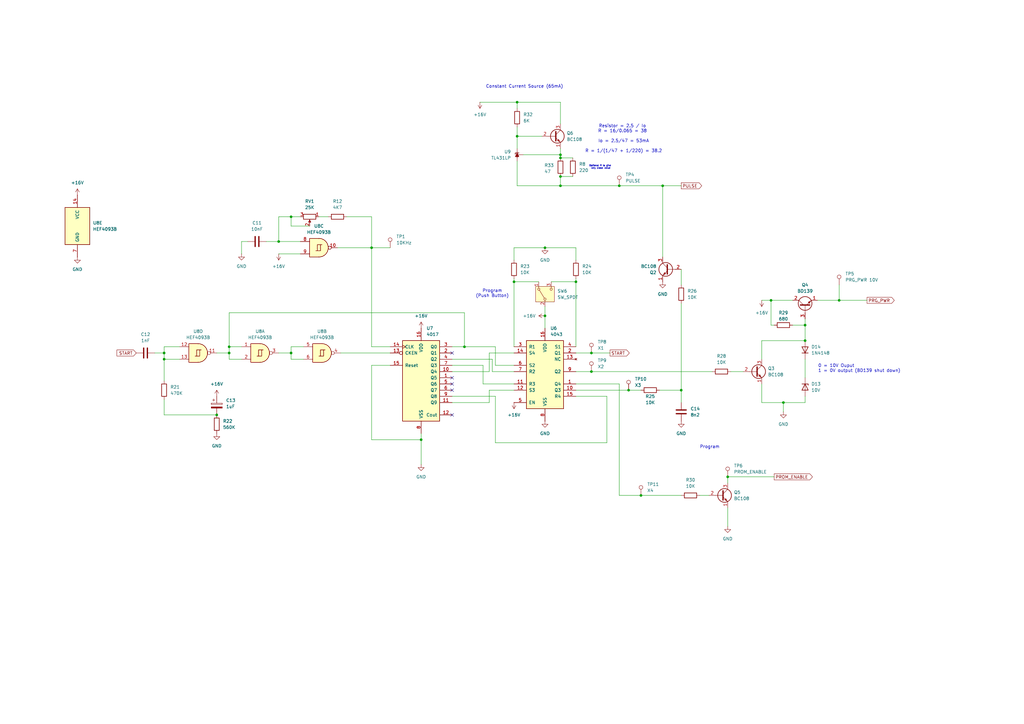
<source format=kicad_sch>
(kicad_sch (version 20250114) (generator "eeschema") (generator_version "9.0")
  (paper "A3")
  (title_block (title "PROM Programmer") (date "2025-04-06") (rev "V1.4"))
  (lib_symbols
    (symbol "4xxx:4017" (pin_names (offset 1.016))
      (property "Reference" "U" (at -7.62 16.51 0))
      (property "Value" "4017" (at -7.62 -19.05 0))
      (symbol "4017_1_0"
        (pin input clock (at -12.7 12.7 0) (length 5.08) (name "CLK") (number "14"))
        (pin input inverted (at -12.7 10.16 0) (length 5.08) (name "CKEN") (number "13"))
        (pin input line (at -12.7 5.08 0) (length 5.08) (name "Reset") (number "15"))
        (pin power_in line (at 0 20.32 270) (length 5.08) (name "VDD") (number "16"))
        (pin power_in line (at 0 -22.86 90) (length 5.08) (name "VSS") (number "8"))
        (pin output line (at 12.7 12.7 180) (length 5.08) (name "Q0") (number "3"))
        (pin output line (at 12.7 10.16 180) (length 5.08) (name "Q1") (number "2"))
        (pin output line (at 12.7 7.62 180) (length 5.08) (name "Q2") (number "4"))
        (pin output line (at 12.7 5.08 180) (length 5.08) (name "Q3") (number "7"))
        (pin output line (at 12.7 2.54 180) (length 5.08) (name "Q4") (number "10"))
        (pin output line (at 12.7 0 180) (length 5.08) (name "Q5") (number "1"))
        (pin output line (at 12.7 -2.54 180) (length 5.08) (name "Q6") (number "5"))
        (pin output line (at 12.7 -5.08 180) (length 5.08) (name "Q7") (number "6"))
        (pin output line (at 12.7 -7.62 180) (length 5.08) (name "Q8") (number "9"))
        (pin output line (at 12.7 -10.16 180) (length 5.08) (name "Q9") (number "11"))
        (pin output line (at 12.7 -15.24 180) (length 5.08) (name "Cout") (number "12"))
      )
      (symbol "4017_1_1"
        (rectangle (start -7.62 15.24) (end 7.62 -17.78) (stroke (width 0.254)) (fill (type background)))
      )
    )
    (symbol "4xxx:HEF4093B" (pin_names (offset 1.016))
      (property "Reference" "U" (at 0 1.27 0))
      (property "Value" "HEF4093B" (at 0 -1.27 0))
      (symbol "HEF4093B_1_0"
        (polyline (pts (xy -1.27 -1.27) (xy 0.635 -1.27) (xy 0.635 1.27) (xy 1.27 1.27)))
        (polyline (pts (xy -1.27 -1.27) (xy 0.635 -1.27) (xy 0.635 1.27) (xy 1.27 1.27)))
        (polyline (pts (xy -0.635 -1.27) (xy -0.635 1.27) (xy 0.635 1.27)))
        (polyline (pts (xy -0.635 -1.27) (xy -0.635 1.27) (xy 0.635 1.27)))
      )
      (symbol "HEF4093B_1_1"
        (arc (start 0 3.81) (mid 3.7934 0) (end 0 -3.81) (stroke (width 0.254)) (fill (type background)))
        (polyline (pts (xy 0 3.81) (xy -3.81 3.81) (xy -3.81 -3.81) (xy 0 -3.81)) (stroke (width 0.254)) (fill (type background)))
        (pin input line (at -7.62 2.54 0) (length 3.81) (name "~") (number "1"))
        (pin input line (at -7.62 -2.54 0) (length 3.81) (name "~") (number "2"))
        (pin output inverted (at 7.62 0 180) (length 3.81) (name "~") (number "3"))
      )
      (symbol "HEF4093B_1_2"
        (arc (start -3.81 3.81) (mid -2.589 0) (end -3.81 -3.81) (stroke (width 0.254)))
        (polyline (pts (xy -3.81 3.81) (xy -0.635 3.81)) (stroke (width 0.254)) (fill (type background)))
        (polyline (pts (xy -3.81 -3.81) (xy -0.635 -3.81)) (stroke (width 0.254)) (fill (type background)))
        (arc (start 3.81 0) (mid 2.1855 -2.584) (end -0.6096 -3.81) (stroke (width 0.254)) (fill (type background)))
        (arc (start -0.6096 3.81) (mid 2.1928 2.5924) (end 3.81 0) (stroke (width 0.254)) (fill (type background)))
        (polyline (pts (xy -0.635 3.81) (xy -3.81 3.81) (xy -3.81 3.81) (xy -3.556 3.4036) (xy -3.0226 2.2606) (xy -2.6924 1.0414) (xy -2.6162 -0.254) (xy -2.7686 -1.4986) (xy -3.175 -2.7178) (xy -3.81 -3.81) (xy -3.81 -3.81) (xy -0.635 -3.81)) (stroke (width -25.4)) (fill (type background)))
        (pin input inverted (at -7.62 2.54 0) (length 4.318) (name "~") (number "1"))
        (pin input inverted (at -7.62 -2.54 0) (length 4.318) (name "~") (number "2"))
        (pin output line (at 7.62 0 180) (length 3.81) (name "~") (number "3"))
      )
      (symbol "HEF4093B_2_0"
        (polyline (pts (xy -1.27 -1.27) (xy 0.635 -1.27) (xy 0.635 1.27) (xy 1.27 1.27)))
        (polyline (pts (xy -1.27 -1.27) (xy 0.635 -1.27) (xy 0.635 1.27) (xy 1.27 1.27)))
        (polyline (pts (xy -0.635 -1.27) (xy -0.635 1.27) (xy 0.635 1.27)))
        (polyline (pts (xy -0.635 -1.27) (xy -0.635 1.27) (xy 0.635 1.27)))
      )
      (symbol "HEF4093B_2_1"
        (arc (start 0 3.81) (mid 3.7934 0) (end 0 -3.81) (stroke (width 0.254)) (fill (type background)))
        (polyline (pts (xy 0 3.81) (xy -3.81 3.81) (xy -3.81 -3.81) (xy 0 -3.81)) (stroke (width 0.254)) (fill (type background)))
        (pin input line (at -7.62 2.54 0) (length 3.81) (name "~") (number "5"))
        (pin input line (at -7.62 -2.54 0) (length 3.81) (name "~") (number "6"))
        (pin output inverted (at 7.62 0 180) (length 3.81) (name "~") (number "4"))
      )
      (symbol "HEF4093B_2_2"
        (arc (start -3.81 3.81) (mid -2.589 0) (end -3.81 -3.81) (stroke (width 0.254)))
        (polyline (pts (xy -3.81 3.81) (xy -0.635 3.81)) (stroke (width 0.254)) (fill (type background)))
        (polyline (pts (xy -3.81 -3.81) (xy -0.635 -3.81)) (stroke (width 0.254)) (fill (type background)))
        (arc (start 3.81 0) (mid 2.1855 -2.584) (end -0.6096 -3.81) (stroke (width 0.254)) (fill (type background)))
        (arc (start -0.6096 3.81) (mid 2.1928 2.5924) (end 3.81 0) (stroke (width 0.254)) (fill (type background)))
        (polyline (pts (xy -0.635 3.81) (xy -3.81 3.81) (xy -3.81 3.81) (xy -3.556 3.4036) (xy -3.0226 2.2606) (xy -2.6924 1.0414) (xy -2.6162 -0.254) (xy -2.7686 -1.4986) (xy -3.175 -2.7178) (xy -3.81 -3.81) (xy -3.81 -3.81) (xy -0.635 -3.81)) (stroke (width -25.4)) (fill (type background)))
        (pin input inverted (at -7.62 2.54 0) (length 4.318) (name "~") (number "5"))
        (pin input inverted (at -7.62 -2.54 0) (length 4.318) (name "~") (number "6"))
        (pin output line (at 7.62 0 180) (length 3.81) (name "~") (number "4"))
      )
      (symbol "HEF4093B_3_0"
        (polyline (pts (xy -1.27 -1.27) (xy 0.635 -1.27) (xy 0.635 1.27) (xy 1.27 1.27)))
        (polyline (pts (xy -1.27 -1.27) (xy 0.635 -1.27) (xy 0.635 1.27) (xy 1.27 1.27)))
        (polyline (pts (xy -0.635 -1.27) (xy -0.635 1.27) (xy 0.635 1.27)))
        (polyline (pts (xy -0.635 -1.27) (xy -0.635 1.27) (xy 0.635 1.27)))
      )
      (symbol "HEF4093B_3_1"
        (arc (start 0 3.81) (mid 3.7934 0) (end 0 -3.81) (stroke (width 0.254)) (fill (type background)))
        (polyline (pts (xy 0 3.81) (xy -3.81 3.81) (xy -3.81 -3.81) (xy 0 -3.81)) (stroke (width 0.254)) (fill (type background)))
        (pin input line (at -7.62 2.54 0) (length 3.81) (name "~") (number "8"))
        (pin input line (at -7.62 -2.54 0) (length 3.81) (name "~") (number "9"))
        (pin output inverted (at 7.62 0 180) (length 3.81) (name "~") (number "10"))
      )
      (symbol "HEF4093B_3_2"
        (arc (start -3.81 3.81) (mid -2.589 0) (end -3.81 -3.81) (stroke (width 0.254)))
        (polyline (pts (xy -3.81 3.81) (xy -0.635 3.81)) (stroke (width 0.254)) (fill (type background)))
        (polyline (pts (xy -3.81 -3.81) (xy -0.635 -3.81)) (stroke (width 0.254)) (fill (type background)))
        (arc (start 3.81 0) (mid 2.1855 -2.584) (end -0.6096 -3.81) (stroke (width 0.254)) (fill (type background)))
        (arc (start -0.6096 3.81) (mid 2.1928 2.5924) (end 3.81 0) (stroke (width 0.254)) (fill (type background)))
        (polyline (pts (xy -0.635 3.81) (xy -3.81 3.81) (xy -3.81 3.81) (xy -3.556 3.4036) (xy -3.0226 2.2606) (xy -2.6924 1.0414) (xy -2.6162 -0.254) (xy -2.7686 -1.4986) (xy -3.175 -2.7178) (xy -3.81 -3.81) (xy -3.81 -3.81) (xy -0.635 -3.81)) (stroke (width -25.4)) (fill (type background)))
        (pin input inverted (at -7.62 2.54 0) (length 4.318) (name "~") (number "8"))
        (pin input inverted (at -7.62 -2.54 0) (length 4.318) (name "~") (number "9"))
        (pin output line (at 7.62 0 180) (length 3.81) (name "~") (number "10"))
      )
      (symbol "HEF4093B_4_0"
        (polyline (pts (xy -1.27 -1.27) (xy 0.635 -1.27) (xy 0.635 1.27) (xy 1.27 1.27)))
        (polyline (pts (xy -1.27 -1.27) (xy 0.635 -1.27) (xy 0.635 1.27) (xy 1.27 1.27)))
        (polyline (pts (xy -0.635 -1.27) (xy -0.635 1.27) (xy 0.635 1.27)))
        (polyline (pts (xy -0.635 -1.27) (xy -0.635 1.27) (xy 0.635 1.27)))
      )
      (symbol "HEF4093B_4_1"
        (arc (start 0 3.81) (mid 3.7934 0) (end 0 -3.81) (stroke (width 0.254)) (fill (type background)))
        (polyline (pts (xy 0 3.81) (xy -3.81 3.81) (xy -3.81 -3.81) (xy 0 -3.81)) (stroke (width 0.254)) (fill (type background)))
        (pin input line (at -7.62 2.54 0) (length 3.81) (name "~") (number "12"))
        (pin input line (at -7.62 -2.54 0) (length 3.81) (name "~") (number "13"))
        (pin output inverted (at 7.62 0 180) (length 3.81) (name "~") (number "11"))
      )
      (symbol "HEF4093B_4_2"
        (arc (start -3.81 3.81) (mid -2.589 0) (end -3.81 -3.81) (stroke (width 0.254)))
        (polyline (pts (xy -3.81 3.81) (xy -0.635 3.81)) (stroke (width 0.254)) (fill (type background)))
        (polyline (pts (xy -3.81 -3.81) (xy -0.635 -3.81)) (stroke (width 0.254)) (fill (type background)))
        (arc (start 3.81 0) (mid 2.1855 -2.584) (end -0.6096 -3.81) (stroke (width 0.254)) (fill (type background)))
        (arc (start -0.6096 3.81) (mid 2.1928 2.5924) (end 3.81 0) (stroke (width 0.254)) (fill (type background)))
        (polyline (pts (xy -0.635 3.81) (xy -3.81 3.81) (xy -3.81 3.81) (xy -3.556 3.4036) (xy -3.0226 2.2606) (xy -2.6924 1.0414) (xy -2.6162 -0.254) (xy -2.7686 -1.4986) (xy -3.175 -2.7178) (xy -3.81 -3.81) (xy -3.81 -3.81) (xy -0.635 -3.81)) (stroke (width -25.4)) (fill (type background)))
        (pin input inverted (at -7.62 2.54 0) (length 4.318) (name "~") (number "12"))
        (pin input inverted (at -7.62 -2.54 0) (length 4.318) (name "~") (number "13"))
        (pin output line (at 7.62 0 180) (length 3.81) (name "~") (number "11"))
      )
      (symbol "HEF4093B_5_0"
        (pin power_in line (at 0 12.7 270) (length 5.08) (name "VCC") (number "14"))
        (pin power_in line (at 0 -12.7 90) (length 5.08) (name "GND") (number "7"))
      )
      (symbol "HEF4093B_5_1"
        (rectangle (start -5.08 7.62) (end 5.08 -7.62) (stroke (width 0.254)) (fill (type background)))
      )
    )
    (symbol "AA_Custom:+16V" (power) (pin_numbers (hide yes)) (pin_names (offset 0) (hide yes))
      (property "Value" "+16V" (at 0 3.556 0))
      (symbol "+16V_0_1"
        (polyline (pts (xy -0.762 1.27) (xy 0 2.54)))
        (polyline (pts (xy 0 2.54) (xy 0.762 1.27)))
        (polyline (pts (xy 0 0) (xy 0 2.54)))
      )
      (symbol "+16V_1_1"
        (pin power_in line (at 0 0 90) (length 0) (name "~") (number "1"))
      )
    )
    (symbol "AA_Custom:4043" (pin_names (offset 1.016))
      (property "Reference" "U" (at -7.62 13.97 0))
      (property "Value" "4043" (at -7.62 -16.51 0))
      (symbol "4043_1_0"
        (pin input line (at -12.7 10.16 0) (length 5.08) (name "R1") (number "3"))
        (pin input line (at -12.7 7.62 0) (length 5.08) (name "S4") (number "14"))
        (pin input line (at -12.7 2.54 0) (length 5.08) (name "S2") (number "6"))
        (pin input line (at -12.7 0 0) (length 5.08) (name "R2") (number "7"))
        (pin input line (at -12.7 -5.08 0) (length 5.08) (name "R3") (number "11"))
        (pin input line (at -12.7 -7.62 0) (length 5.08) (name "S3") (number "12"))
        (pin input line (at -12.7 -12.7 0) (length 5.08) (name "EN") (number "5"))
        (pin power_in line (at 0 17.78 270) (length 5.08) (name "VDD") (number "16"))
        (pin power_in line (at 0 -20.32 90) (length 5.08) (name "VSS") (number "8"))
        (pin input line (at 12.7 10.16 180) (length 5.08) (name "S1") (number "4"))
        (pin output line (at 12.7 7.62 180) (length 5.08) (name "Q1") (number "2"))
        (pin no_connect line (at 12.7 5.08 180) (length 5.08) (name "NC") (number "13"))
        (pin output line (at 12.7 0 180) (length 5.08) (name "Q2") (number "9"))
        (pin output line (at 12.7 -5.08 180) (length 5.08) (name "Q4") (number "1"))
        (pin output line (at 12.7 -7.62 180) (length 5.08) (name "Q3") (number "10"))
        (pin input line (at 12.7 -10.16 180) (length 5.08) (name "R4") (number "15"))
      )
      (symbol "4043_1_1"
        (rectangle (start -7.62 12.7) (end 7.62 -15.24) (stroke (width 0.254)) (fill (type background)))
      )
    )
    (symbol "Connector:TestPoint" (pin_numbers (hide yes)) (pin_names (offset 0.762) (hide yes))
      (property "Reference" "TP" (at 0 6.858 0))
      (property "Value" "TestPoint" (at 0 5.08 0))
      (symbol "TestPoint_0_1"
        (circle (center 0 3.302) (radius 0.762))
      )
      (symbol "TestPoint_1_1"
        (pin passive line (at 0 0 90) (length 2.54) (name "1") (number "1"))
      )
    )
    (symbol "Device:C" (pin_numbers (hide yes)) (pin_names (offset 0.254))
      (property "Reference" "C" (at 0.635 2.54 0))
      (property "Value" "C" (at 0.635 -2.54 0))
      (symbol "C_0_1"
        (polyline (pts (xy -2.032 0.762) (xy 2.032 0.762)) (stroke (width 0.508)))
        (polyline (pts (xy -2.032 -0.762) (xy 2.032 -0.762)) (stroke (width 0.508)))
      )
      (symbol "C_1_1"
        (pin passive line (at 0 3.81 270) (length 2.794) (name "~") (number "1"))
        (pin passive line (at 0 -3.81 90) (length 2.794) (name "~") (number "2"))
      )
    )
    (symbol "Device:C_Polarized" (pin_numbers (hide yes)) (pin_names (offset 0.254))
      (property "Reference" "C" (at 0.635 2.54 0))
      (property "Value" "C_Polarized" (at 0.635 -2.54 0))
      (symbol "C_Polarized_0_1"
        (rectangle (start -2.286 0.508) (end 2.286 1.016))
        (polyline (pts (xy -1.778 2.286) (xy -0.762 2.286)))
        (polyline (pts (xy -1.27 2.794) (xy -1.27 1.778)))
        (rectangle (start 2.286 -0.508) (end -2.286 -1.016) (fill (type outline)))
      )
      (symbol "C_Polarized_1_1"
        (pin passive line (at 0 3.81 270) (length 2.794) (name "~") (number "1"))
        (pin passive line (at 0 -3.81 90) (length 2.794) (name "~") (number "2"))
      )
    )
    (symbol "Device:D_Zener" (pin_numbers (hide yes)) (pin_names (offset 1.016) (hide yes))
      (property "Reference" "D" (at 0 2.54 0))
      (property "Value" "D_Zener" (at 0 -2.54 0))
      (symbol "D_Zener_0_1"
        (polyline (pts (xy -1.27 -1.27) (xy -1.27 1.27) (xy -0.762 1.27)) (stroke (width 0.254)))
        (polyline (pts (xy 1.27 0) (xy -1.27 0)))
        (polyline (pts (xy 1.27 -1.27) (xy 1.27 1.27) (xy -1.27 0) (xy 1.27 -1.27)) (stroke (width 0.254)))
      )
      (symbol "D_Zener_1_1"
        (pin passive line (at -3.81 0 0) (length 2.54) (name "K") (number "1"))
        (pin passive line (at 3.81 0 180) (length 2.54) (name "A") (number "2"))
      )
    )
    (symbol "Device:R" (pin_numbers (hide yes)) (pin_names (offset 0))
      (property "Reference" "R" (at 2.032 0 90))
      (property "Value" "R" (at 0 0 90))
      (symbol "R_0_1"
        (rectangle (start -1.016 -2.54) (end 1.016 2.54) (stroke (width 0.254)))
      )
      (symbol "R_1_1"
        (pin passive line (at 0 3.81 270) (length 1.27) (name "~") (number "1"))
        (pin passive line (at 0 -3.81 90) (length 1.27) (name "~") (number "2"))
      )
    )
    (symbol "Device:R_Potentiometer" (pin_names (offset 1.016) (hide yes))
      (property "Reference" "RV" (at -4.445 0 90))
      (property "Value" "R_Potentiometer" (at -2.54 0 90))
      (symbol "R_Potentiometer_0_1"
        (rectangle (start 1.016 2.54) (end -1.016 -2.54) (stroke (width 0.254)))
        (polyline (pts (xy 1.143 0) (xy 2.286 0.508) (xy 2.286 -0.508) (xy 1.143 0)) (fill (type outline)))
        (polyline (pts (xy 2.54 0) (xy 1.524 0)))
      )
      (symbol "R_Potentiometer_1_1"
        (pin passive line (at 0 3.81 270) (length 1.27) (name "1") (number "1"))
        (pin passive line (at 0 -3.81 90) (length 1.27) (name "3") (number "3"))
        (pin passive line (at 3.81 0 180) (length 1.27) (name "2") (number "2"))
      )
    )
    (symbol "Diode:1N4148" (pin_numbers (hide yes)) (pin_names (hide yes))
      (property "Reference" "D" (at 0 2.54 0))
      (property "Value" "1N4148" (at 0 -2.54 0))
      (symbol "1N4148_0_1"
        (polyline (pts (xy -1.27 1.27) (xy -1.27 -1.27)) (stroke (width 0.254)))
        (polyline (pts (xy 1.27 1.27) (xy 1.27 -1.27) (xy -1.27 0) (xy 1.27 1.27)) (stroke (width 0.254)))
        (polyline (pts (xy 1.27 0) (xy -1.27 0)))
      )
      (symbol "1N4148_1_1"
        (pin passive line (at -3.81 0 0) (length 2.54) (name "K") (number "1"))
        (pin passive line (at 3.81 0 180) (length 2.54) (name "A") (number "2"))
      )
    )
    (symbol "Reference_Voltage:TL431LP" (pin_numbers (hide yes)) (pin_names (hide yes))
      (property "Reference" "U" (at -2.54 2.54 0))
      (property "Value" "TL431LP" (at 0 -2.54 0))
      (symbol "TL431LP_0_1"
        (polyline (pts (xy -1.27 0) (xy 0 0) (xy 1.27 0)))
        (polyline (pts (xy -0.762 -0.762) (xy -0.762 0.762) (xy 0.762 0) (xy -0.762 -0.762)) (fill (type outline)))
        (polyline (pts (xy 0.254 -0.762) (xy 0.762 -0.762) (xy 0.762 0.762) (xy 0.762 0.762)) (stroke (width 0.254)))
      )
      (symbol "TL431LP_1_1"
        (pin passive line (at -2.54 0 0) (length 2.54) (name "A") (number "2"))
        (pin passive line (at 0 2.54 270) (length 2.54) (name "REF") (number "1"))
        (pin passive line (at 2.54 0 180) (length 2.54) (name "K") (number "3"))
      )
    )
    (symbol "Switch:SW_SPDT" (pin_names (offset 0) (hide yes))
      (property "Reference" "SW" (at 0 5.08 0))
      (property "Value" "SW_SPDT" (at 0 -5.08 0))
      (symbol "SW_SPDT_0_1"
        (circle (center -2.032 0) (radius 0.4572))
        (polyline (pts (xy -1.651 0.254) (xy 1.651 2.286)))
        (circle (center 2.032 2.54) (radius 0.4572))
        (circle (center 2.032 -2.54) (radius 0.4572))
      )
      (symbol "SW_SPDT_1_1"
        (rectangle (start -3.175 3.81) (end 3.175 -3.81) (fill (type background)))
        (pin passive line (at -5.08 0 0) (length 2.54) (name "B") (number "2"))
        (pin passive line (at 5.08 2.54 180) (length 2.54) (name "A") (number "1"))
        (pin passive line (at 5.08 -2.54 180) (length 2.54) (name "C") (number "3"))
      )
    )
    (symbol "Transistor_BJT:BC108" (pin_names (offset 0) (hide yes))
      (property "Reference" "Q" (at 5.08 1.905 0))
      (property "Value" "BC108" (at 5.08 0 0))
      (symbol "BC108_0_1"
        (polyline (pts (xy -2.54 0) (xy 0.635 0)))
        (polyline (pts (xy 0.635 1.905) (xy 0.635 -1.905)) (stroke (width 0.508)))
        (circle (center 1.27 0) (radius 2.8194) (stroke (width 0.254)))
      )
      (symbol "BC108_1_1"
        (polyline (pts (xy 0.635 0.635) (xy 2.54 2.54)))
        (polyline (pts (xy 0.635 -0.635) (xy 2.54 -2.54)))
        (polyline (pts (xy 1.27 -1.778) (xy 1.778 -1.27) (xy 2.286 -2.286) (xy 1.27 -1.778)) (fill (type outline)))
        (pin input line (at -5.08 0 0) (length 2.54) (name "B") (number "2"))
        (pin passive line (at 2.54 5.08 270) (length 2.54) (name "C") (number "3"))
        (pin passive line (at 2.54 -5.08 90) (length 2.54) (name "E") (number "1"))
      )
    )
    (symbol "Transistor_BJT:BD139" (pin_names (offset 0) (hide yes))
      (property "Reference" "Q" (at 5.08 1.905 0))
      (property "Value" "BD139" (at 5.08 0 0))
      (symbol "BD139_0_1"
        (polyline (pts (xy -2.54 0) (xy 0.635 0)))
        (polyline (pts (xy 0.635 1.905) (xy 0.635 -1.905)) (stroke (width 0.508)))
        (circle (center 1.27 0) (radius 2.8194) (stroke (width 0.254)))
      )
      (symbol "BD139_1_1"
        (polyline (pts (xy 0.635 0.635) (xy 2.54 2.54)))
        (polyline (pts (xy 0.635 -0.635) (xy 2.54 -2.54)))
        (polyline (pts (xy 1.27 -1.778) (xy 1.778 -1.27) (xy 2.286 -2.286) (xy 1.27 -1.778)) (fill (type outline)))
        (pin input line (at -5.08 0 0) (length 2.54) (name "B") (number "3"))
        (pin passive line (at 2.54 5.08 270) (length 2.54) (name "C") (number "2"))
        (pin passive line (at 2.54 -5.08 90) (length 2.54) (name "E") (number "1"))
      )
    )
    (symbol "power:GND" (power) (pin_numbers (hide yes)) (pin_names (offset 0) (hide yes))
      (property "Value" "GND" (at 0 -3.81 0))
      (symbol "GND_0_1"
        (polyline (pts (xy 0 0) (xy 0 -1.27) (xy 1.27 -1.27) (xy 0 -2.54) (xy -1.27 -1.27) (xy 0 -1.27)))
      )
      (symbol "GND_1_1"
        (pin power_in line (at 0 0 270) (length 0) (name "~") (number "1"))
      )
    )
  )
  (text "Program\n(Push Button)\n" (at 201.93 120.396 0) (effects (font (size 1.27 1.27))))
  (text "Program" (at 291.084 183.388 0) (effects (font (size 1.27 1.27))))
  (text "Constant Current Source (65mA)\n" (at 215.138 35.56 0) (effects (font (size 1.27 1.27))))
  (text "Resistor = 2.5 / Io \nR = 16/0.065 = 38 \n\nIo = 2.5/47 = 53mA\n\nR = 1/(1/47 + 1/220) = 38.2\n" (at 255.778 56.896 0) (effects (font (size 1.27 1.27))))
  (text "Optional R to give \nvery close value\n" (at 246.38 68.58 0) (effects (font (size 0.635 0.635))))
  (text "0 = 10V Ouput\n1 = 0V output (BD139 shut down)" (at 335.534 151.13 0) (effects (font (size 1.27 1.27)) (justify left)))
  (junction (at 229.87 63.5))
  (junction (at 212.09 55.88))
  (junction (at 223.52 101.6))
  (junction (at 229.87 76.2))
  (junction (at 257.81 160.02))
  (junction (at 316.23 123.19))
  (junction (at 321.31 165.1))
  (junction (at 212.09 41.91))
  (junction (at 88.9 170.18))
  (junction (at 254 76.2))
  (junction (at 279.4 160.02))
  (junction (at 344.17 123.19))
  (junction (at 93.98 142.24))
  (junction (at 93.98 144.78))
  (junction (at 229.87 64.77))
  (junction (at 262.89 203.2))
  (junction (at 119.38 88.9))
  (junction (at 330.2 139.7))
  (junction (at 119.38 144.78))
  (junction (at 67.31 144.78))
  (junction (at 242.57 152.4))
  (junction (at 223.52 129.54))
  (junction (at 271.78 76.2))
  (junction (at 236.22 115.57))
  (junction (at 172.72 180.34))
  (junction (at 210.82 115.57))
  (junction (at 330.2 133.35))
  (junction (at 152.4 101.6))
  (junction (at 67.31 147.32))
  (junction (at 229.87 72.39))
  (junction (at 298.45 195.58))
  (junction (at 242.57 144.78))
  (junction (at 114.3 99.06))
  (junction (at 190.5 142.24))
  (no_connect (at 185.42 170.18))
  (no_connect (at 185.42 144.78))
  (no_connect (at 185.42 157.48))
  (no_connect (at 185.42 154.94))
  (no_connect (at 185.42 160.02))
  (wire (pts (xy 142.24 88.9) (xy 152.4 88.9)))
  (wire (pts (xy 99.06 142.24) (xy 93.98 142.24)))
  (wire (pts (xy 223.52 125.73) (xy 223.52 129.54)))
  (wire (pts (xy 123.19 99.06) (xy 114.3 99.06)))
  (wire (pts (xy 172.72 180.34) (xy 172.72 190.5)))
  (wire (pts (xy 124.46 142.24) (xy 119.38 142.24)))
  (wire (pts (xy 229.87 60.96) (xy 229.87 63.5)))
  (wire (pts (xy 200.66 165.1) (xy 200.66 160.02)))
  (wire (pts (xy 236.22 114.3) (xy 236.22 115.57)))
  (wire (pts (xy 214.63 63.5) (xy 229.87 63.5)))
  (wire (pts (xy 114.3 88.9) (xy 119.38 88.9)))
  (wire (pts (xy 152.4 88.9) (xy 152.4 101.6)))
  (wire (pts (xy 172.72 180.34) (xy 152.4 180.34)))
  (wire (pts (xy 212.09 41.91) (xy 229.87 41.91)))
  (wire (pts (xy 152.4 180.34) (xy 152.4 149.86)))
  (wire (pts (xy 114.3 144.78) (xy 119.38 144.78)))
  (wire (pts (xy 200.66 144.78) (xy 210.82 144.78)))
  (wire (pts (xy 312.42 139.7) (xy 312.42 147.32)))
  (wire (pts (xy 248.92 162.56) (xy 236.22 162.56)))
  (wire (pts (xy 185.42 147.32) (xy 201.93 147.32)))
  (wire (pts (xy 63.5 144.78) (xy 67.31 144.78)))
  (wire (pts (xy 210.82 115.57) (xy 220.98 115.57)))
  (wire (pts (xy 316.23 123.19) (xy 325.12 123.19)))
  (wire (pts (xy 236.22 160.02) (xy 257.81 160.02)))
  (wire (pts (xy 210.82 115.57) (xy 210.82 142.24)))
  (wire (pts (xy 172.72 177.8) (xy 172.72 180.34)))
  (wire (pts (xy 67.31 142.24) (xy 67.31 144.78)))
  (wire (pts (xy 270.51 160.02) (xy 279.4 160.02)))
  (wire (pts (xy 114.3 104.14) (xy 123.19 104.14)))
  (wire (pts (xy 279.4 124.46) (xy 279.4 160.02)))
  (wire (pts (xy 226.06 115.57) (xy 236.22 115.57)))
  (wire (pts (xy 325.12 133.35) (xy 330.2 133.35)))
  (wire (pts (xy 236.22 101.6) (xy 236.22 106.68)))
  (wire (pts (xy 93.98 144.78) (xy 93.98 147.32)))
  (wire (pts (xy 198.12 157.48) (xy 210.82 157.48)))
  (wire (pts (xy 271.78 76.2) (xy 271.78 105.41)))
  (wire (pts (xy 344.17 123.19) (xy 355.6 123.19)))
  (wire (pts (xy 203.2 142.24) (xy 203.2 149.86)))
  (wire (pts (xy 279.4 160.02) (xy 279.4 165.1)))
  (wire (pts (xy 212.09 76.2) (xy 229.87 76.2)))
  (wire (pts (xy 262.89 203.2) (xy 279.4 203.2)))
  (wire (pts (xy 67.31 170.18) (xy 88.9 170.18)))
  (wire (pts (xy 101.6 99.06) (xy 99.06 99.06)))
  (wire (pts (xy 210.82 106.68) (xy 210.82 101.6)))
  (wire (pts (xy 67.31 147.32) (xy 73.66 147.32)))
  (wire (pts (xy 152.4 101.6) (xy 152.4 142.24)))
  (wire (pts (xy 271.78 76.2) (xy 279.4 76.2)))
  (wire (pts (xy 236.22 115.57) (xy 236.22 142.24)))
  (wire (pts (xy 330.2 165.1) (xy 330.2 162.56)))
  (wire (pts (xy 67.31 144.78) (xy 67.31 147.32)))
  (wire (pts (xy 160.02 142.24) (xy 152.4 142.24)))
  (wire (pts (xy 190.5 142.24) (xy 190.5 128.27)))
  (wire (pts (xy 200.66 152.4) (xy 200.66 144.78)))
  (wire (pts (xy 119.38 142.24) (xy 119.38 144.78)))
  (wire (pts (xy 139.7 144.78) (xy 160.02 144.78)))
  (wire (pts (xy 229.87 76.2) (xy 254 76.2)))
  (wire (pts (xy 236.22 157.48) (xy 254 157.48)))
  (wire (pts (xy 119.38 147.32) (xy 124.46 147.32)))
  (wire (pts (xy 185.42 152.4) (xy 200.66 152.4)))
  (wire (pts (xy 254 203.2) (xy 262.89 203.2)))
  (wire (pts (xy 130.81 88.9) (xy 134.62 88.9)))
  (wire (pts (xy 212.09 41.91) (xy 196.85 41.91)))
  (wire (pts (xy 298.45 208.28) (xy 298.45 215.9)))
  (wire (pts (xy 330.2 147.32) (xy 330.2 154.94)))
  (wire (pts (xy 212.09 76.2) (xy 212.09 66.04)))
  (wire (pts (xy 185.42 142.24) (xy 190.5 142.24)))
  (wire (pts (xy 242.57 144.78) (xy 250.19 144.78)))
  (wire (pts (xy 127 92.71) (xy 119.38 92.71)))
  (wire (pts (xy 67.31 147.32) (xy 67.31 156.21)))
  (wire (pts (xy 152.4 101.6) (xy 138.43 101.6)))
  (wire (pts (xy 200.66 160.02) (xy 210.82 160.02)))
  (wire (pts (xy 185.42 149.86) (xy 198.12 149.86)))
  (wire (pts (xy 287.02 203.2) (xy 290.83 203.2)))
  (wire (pts (xy 93.98 128.27) (xy 93.98 142.24)))
  (wire (pts (xy 229.87 72.39) (xy 234.95 72.39)))
  (wire (pts (xy 321.31 165.1) (xy 330.2 165.1)))
  (wire (pts (xy 119.38 88.9) (xy 123.19 88.9)))
  (wire (pts (xy 223.52 101.6) (xy 236.22 101.6)))
  (wire (pts (xy 93.98 147.32) (xy 99.06 147.32)))
  (wire (pts (xy 279.4 110.49) (xy 279.4 116.84)))
  (wire (pts (xy 254 76.2) (xy 271.78 76.2)))
  (wire (pts (xy 312.42 165.1) (xy 321.31 165.1)))
  (wire (pts (xy 203.2 181.61) (xy 248.92 181.61)))
  (wire (pts (xy 298.45 195.58) (xy 298.45 198.12)))
  (wire (pts (xy 67.31 163.83) (xy 67.31 170.18)))
  (wire (pts (xy 236.22 152.4) (xy 242.57 152.4)))
  (wire (pts (xy 93.98 128.27) (xy 190.5 128.27)))
  (wire (pts (xy 330.2 133.35) (xy 330.2 139.7)))
  (wire (pts (xy 114.3 99.06) (xy 114.3 88.9)))
  (wire (pts (xy 203.2 162.56) (xy 203.2 181.61)))
  (wire (pts (xy 229.87 63.5) (xy 229.87 64.77)))
  (wire (pts (xy 185.42 165.1) (xy 200.66 165.1)))
  (wire (pts (xy 229.87 72.39) (xy 229.87 76.2)))
  (wire (pts (xy 190.5 142.24) (xy 203.2 142.24)))
  (wire (pts (xy 317.5 133.35) (xy 316.23 133.35)))
  (wire (pts (xy 73.66 142.24) (xy 67.31 142.24)))
  (wire (pts (xy 344.17 116.84) (xy 344.17 123.19)))
  (wire (pts (xy 242.57 152.4) (xy 292.1 152.4)))
  (wire (pts (xy 185.42 162.56) (xy 203.2 162.56)))
  (wire (pts (xy 119.38 144.78) (xy 119.38 147.32)))
  (wire (pts (xy 201.93 152.4) (xy 210.82 152.4)))
  (wire (pts (xy 212.09 55.88) (xy 212.09 60.96)))
  (wire (pts (xy 316.23 123.19) (xy 316.23 133.35)))
  (wire (pts (xy 312.42 123.19) (xy 316.23 123.19)))
  (wire (pts (xy 210.82 114.3) (xy 210.82 115.57)))
  (wire (pts (xy 330.2 130.81) (xy 330.2 133.35)))
  (wire (pts (xy 88.9 144.78) (xy 93.98 144.78)))
  (wire (pts (xy 335.28 123.19) (xy 344.17 123.19)))
  (wire (pts (xy 298.45 195.58) (xy 317.5 195.58)))
  (wire (pts (xy 212.09 41.91) (xy 212.09 44.45)))
  (wire (pts (xy 330.2 139.7) (xy 312.42 139.7)))
  (wire (pts (xy 93.98 142.24) (xy 93.98 144.78)))
  (wire (pts (xy 210.82 101.6) (xy 223.52 101.6)))
  (wire (pts (xy 223.52 129.54) (xy 223.52 134.62)))
  (wire (pts (xy 299.72 152.4) (xy 304.8 152.4)))
  (wire (pts (xy 201.93 147.32) (xy 201.93 152.4)))
  (wire (pts (xy 312.42 157.48) (xy 312.42 165.1)))
  (wire (pts (xy 236.22 144.78) (xy 242.57 144.78)))
  (wire (pts (xy 109.22 99.06) (xy 114.3 99.06)))
  (wire (pts (xy 198.12 149.86) (xy 198.12 157.48)))
  (wire (pts (xy 119.38 88.9) (xy 119.38 92.71)))
  (wire (pts (xy 99.06 99.06) (xy 99.06 104.14)))
  (wire (pts (xy 321.31 165.1) (xy 321.31 168.91)))
  (wire (pts (xy 152.4 149.86) (xy 160.02 149.86)))
  (wire (pts (xy 229.87 41.91) (xy 229.87 50.8)))
  (wire (pts (xy 254 157.48) (xy 254 203.2)))
  (wire (pts (xy 203.2 149.86) (xy 210.82 149.86)))
  (wire (pts (xy 212.09 55.88) (xy 222.25 55.88)))
  (wire (pts (xy 212.09 52.07) (xy 212.09 55.88)))
  (wire (pts (xy 229.87 64.77) (xy 234.95 64.77)))
  (wire (pts (xy 248.92 181.61) (xy 248.92 162.56)))
  (wire (pts (xy 257.81 160.02) (xy 262.89 160.02)))
  (wire (pts (xy 152.4 101.6) (xy 160.02 101.6)))
  (global_label "START" (shape output) (at 250.19 144.78 0) (property "Intersheetrefs" "${INTERSHEET_REFS}" (effects (hide yes))))
  (global_label "PRG_PWR" (shape output) (at 355.6 123.19 0) (property "Intersheetrefs" "${INTERSHEET_REFS}" (effects (hide yes))))
  (global_label "START" (shape input) (at 55.88 144.78 180) (property "Intersheetrefs" "${INTERSHEET_REFS}" (effects (hide yes))))
  (global_label "PULSE" (shape output) (at 279.4 76.2 0) (property "Intersheetrefs" "${INTERSHEET_REFS}" (effects (hide yes))))
  (global_label "PROM_ENABLE" (shape output) (at 317.5 195.58 0) (property "Intersheetrefs" "${INTERSHEET_REFS}" (effects (hide yes))))
  (symbol (lib_id "4xxx:HEF4093B") (at 81.28 144.78 0) (unit 4)
    (property "Reference" "U8" (at 81.2717 135.89 0))
    (property "Value" "HEF4093B" (at 81.2717 138.43 0))
    (property "Footprint" "Package_DIP:DIP-14_W7.62mm_Socket" (effects (hide yes)))
    (property "Datasheet" "https://assets.nexperia.com/documents/data-sheet/HEF4093B.pdf" (effects (hide yes)))
    (property "Description" "Quad 2-Input NAND Schmitt Trigger, SOIC-14" (effects (hide yes)))
  )
  (symbol (lib_id "Device:R") (at 279.4 120.65 0) (unit 1)
    (property "Reference" "R26" (at 281.94 119.3799 0) (effects (justify left)))
    (property "Value" "10K" (at 281.94 121.9199 0) (effects (justify left)))
    (property "Footprint" "Resistor_THT:R_Axial_DIN0309_L9.0mm_D3.2mm_P12.70mm_Horizontal" (effects (hide yes)))
    (property "Description" "Resistor" (effects (hide yes)))
  )
  (symbol (lib_id "Reference_Voltage:TL431LP") (at 212.09 63.5 270) (mirror x) (unit 1)
    (property "Reference" "U9" (at 209.55 62.2299 90) (effects (justify right)))
    (property "Value" "TL431LP" (at 209.55 64.7699 90) (effects (justify right)))
    (property "Footprint" "Package_TO_SOT_THT:TO-92_Inline" (effects (hide yes)))
    (property "Datasheet" "http://www.ti.com/lit/ds/symlink/tl431.pdf" (effects (hide yes)))
    (property "Description" "Shunt Regulator, TO-92" (effects (hide yes)))
  )
  (symbol (lib_id "power:GND") (at 223.52 101.6 0) (unit 1)
    (property "Reference" "#PWR057" (effects (hide yes)))
    (property "Value" "GND" (at 223.52 106.68 0))
    (property "Description" "Power symbol creates a global label with name \"GND\" , ground" (effects (hide yes)))
  )
  (symbol (lib_id "Device:C") (at 279.4 168.91 0) (unit 1)
    (property "Reference" "C14" (at 283.21 167.6399 0) (effects (justify left)))
    (property "Value" "8n2" (at 283.21 170.1799 0) (effects (justify left)))
    (property "Footprint" "Capacitor_THT:C_Disc_D6.0mm_W4.4mm_P5.00mm" (effects (hide yes)))
    (property "Description" "Unpolarized capacitor" (effects (hide yes)))
  )
  (symbol (lib_id "Transistor_BJT:BC108") (at 309.88 152.4 0) (unit 1)
    (property "Reference" "Q3" (at 314.96 151.1299 0) (effects (justify left)))
    (property "Value" "BC108" (at 314.96 153.6699 0) (effects (justify left)))
    (property "Footprint" "Package_TO_SOT_THT:TO-18-3" (effects (hide yes)))
    (property "Datasheet" "http://www.b-kainka.de/Daten/Transistor/BC108.pdf" (effects (hide yes)))
    (property "Description" "0.1A Ic, 30V Vce, Low Noise General Purpose NPN Transistor, TO-18" (effects (hide yes)))
  )
  (symbol (lib_id "Device:D_Zener") (at 330.2 158.75 270) (unit 1)
    (property "Reference" "D13" (at 332.74 157.4799 90) (effects (justify left)))
    (property "Value" "10V" (at 332.74 160.0199 90) (effects (justify left)))
    (property "Footprint" "Diode_THT:D_DO-41_SOD81_P12.70mm_Horizontal" (effects (hide yes)))
    (property "Description" "Zener diode" (effects (hide yes)))
  )
  (symbol (lib_id "Device:R") (at 138.43 88.9 90) (unit 1)
    (property "Reference" "R12" (at 138.43 82.55 90))
    (property "Value" "4K7" (at 138.43 85.09 90))
    (property "Footprint" "Resistor_THT:R_Axial_DIN0309_L9.0mm_D3.2mm_P12.70mm_Horizontal" (effects (hide yes)))
    (property "Description" "Resistor" (effects (hide yes)))
  )
  (symbol (lib_id "Connector:TestPoint") (at 160.02 101.6 0) (unit 1)
    (property "Reference" "TP1" (at 162.56 97.0279 0) (effects (justify left)))
    (property "Value" "10KHz" (at 162.56 99.5679 0) (effects (justify left)))
    (property "Footprint" "TestPoint:TestPoint_THTPad_2.0x2.0mm_Drill1.0mm" (effects (hide yes)))
    (property "Description" "test point" (effects (hide yes)))
  )
  (symbol (lib_id "Connector:TestPoint") (at 257.81 160.02 0) (unit 1)
    (property "Reference" "TP10" (at 260.35 155.4479 0) (effects (justify left)))
    (property "Value" "X3" (at 260.35 157.9879 0) (effects (justify left)))
    (property "Footprint" "TestPoint:TestPoint_THTPad_2.0x2.0mm_Drill1.0mm" (effects (hide yes)))
    (property "Description" "test point" (effects (hide yes)))
  )
  (symbol (lib_id "Transistor_BJT:BC108") (at 227.33 55.88 0) (unit 1)
    (property "Reference" "Q6" (at 232.41 54.6099 0) (effects (justify left)))
    (property "Value" "BC108" (at 232.41 57.1499 0) (effects (justify left)))
    (property "Footprint" "Package_TO_SOT_THT:TO-18-3" (effects (hide yes)))
    (property "Datasheet" "http://www.b-kainka.de/Daten/Transistor/BC108.pdf" (effects (hide yes)))
    (property "Description" "0.1A Ic, 30V Vce, Low Noise General Purpose NPN Transistor, TO-18" (effects (hide yes)))
  )
  (symbol (lib_id "Device:R") (at 266.7 160.02 90) (unit 1)
    (property "Reference" "R25" (at 266.7 162.56 90))
    (property "Value" "10K" (at 266.7 165.1 90))
    (property "Footprint" "Resistor_THT:R_Axial_DIN0309_L9.0mm_D3.2mm_P12.70mm_Horizontal" (effects (hide yes)))
    (property "Description" "Resistor" (effects (hide yes)))
  )
  (symbol (lib_id "Transistor_BJT:BC108") (at 274.32 110.49 0) (mirror y) (unit 1)
    (property "Reference" "Q2" (at 269.24 111.7601 0) (effects (justify left)))
    (property "Value" "BC108" (at 269.24 109.2201 0) (effects (justify left)))
    (property "Footprint" "Package_TO_SOT_THT:TO-18-3" (effects (hide yes)))
    (property "Datasheet" "http://www.b-kainka.de/Daten/Transistor/BC108.pdf" (effects (hide yes)))
    (property "Description" "0.1A Ic, 30V Vce, Low Noise General Purpose NPN Transistor, TO-18" (effects (hide yes)))
  )
  (symbol (lib_id "Device:R") (at 321.31 133.35 90) (unit 1)
    (property "Reference" "R29" (at 321.31 128.27 90))
    (property "Value" "680" (at 321.31 130.81 90))
    (property "Footprint" "Resistor_THT:R_Axial_DIN0309_L9.0mm_D3.2mm_P12.70mm_Horizontal" (effects (hide yes)))
    (property "Description" "Resistor" (effects (hide yes)))
  )
  (symbol (lib_id "Connector:TestPoint") (at 262.89 203.2 0) (unit 1)
    (property "Reference" "TP11" (at 265.43 198.6279 0) (effects (justify left)))
    (property "Value" "X4" (at 265.43 201.1679 0) (effects (justify left)))
    (property "Footprint" "TestPoint:TestPoint_THTPad_2.0x2.0mm_Drill1.0mm" (effects (hide yes)))
    (property "Description" "test point" (effects (hide yes)))
  )
  (symbol (lib_id "Device:R") (at 236.22 110.49 0) (unit 1)
    (property "Reference" "R24" (at 238.76 109.2199 0) (effects (justify left)))
    (property "Value" "10K" (at 238.76 111.7599 0) (effects (justify left)))
    (property "Footprint" "Resistor_THT:R_Axial_DIN0309_L9.0mm_D3.2mm_P12.70mm_Horizontal" (effects (hide yes)))
    (property "Description" "Resistor" (effects (hide yes)))
  )
  (symbol (lib_id "Connector:TestPoint") (at 298.45 195.58 0) (unit 1)
    (property "Reference" "TP6" (at 300.99 191.0079 0) (effects (justify left)))
    (property "Value" "PROM_ENABLE" (at 300.99 193.5479 0) (effects (justify left)))
    (property "Footprint" "TestPoint:TestPoint_THTPad_2.0x2.0mm_Drill1.0mm" (effects (hide yes)))
    (property "Description" "test point" (effects (hide yes)))
  )
  (symbol (lib_id "Device:C") (at 105.41 99.06 90) (unit 1)
    (property "Reference" "C11" (at 105.41 91.44 90))
    (property "Value" "10nF" (at 105.41 93.98 90))
    (property "Footprint" "Capacitor_THT:C_Disc_D6.0mm_W4.4mm_P5.00mm" (effects (hide yes)))
    (property "Description" "Unpolarized capacitor" (effects (hide yes)))
  )
  (symbol (lib_id "Device:R") (at 88.9 173.99 0) (unit 1)
    (property "Reference" "R22" (at 91.44 172.7199 0) (effects (justify left)))
    (property "Value" "560K" (at 91.44 175.2599 0) (effects (justify left)))
    (property "Footprint" "Resistor_THT:R_Axial_DIN0309_L9.0mm_D3.2mm_P12.70mm_Horizontal" (effects (hide yes)))
    (property "Description" "Resistor" (effects (hide yes)))
  )
  (symbol (lib_id "Device:R_Potentiometer") (at 127 88.9 270) (unit 1)
    (property "Reference" "RV1" (at 127 82.55 90))
    (property "Value" "25K" (at 127 85.09 90))
    (property "Footprint" "Potentiometer_THT:Potentiometer_Vishay_43_Horizontal" (effects (hide yes)))
    (property "Description" "Potentiometer" (effects (hide yes)))
  )
  (symbol (lib_id "power:GND") (at 279.4 172.72 0) (unit 1)
    (property "Reference" "#PWR058" (effects (hide yes)))
    (property "Value" "GND" (at 279.4 177.8 0))
    (property "Description" "Power symbol creates a global label with name \"GND\" , ground" (effects (hide yes)))
  )
  (symbol (lib_id "power:GND") (at 172.72 190.5 0) (unit 1)
    (property "Reference" "#PWR02" (effects (hide yes)))
    (property "Value" "GND" (at 172.72 195.58 0))
    (property "Description" "Power symbol creates a global label with name \"GND\" , ground" (effects (hide yes)))
  )
  (symbol (lib_id "Device:R") (at 210.82 110.49 0) (unit 1)
    (property "Reference" "R23" (at 213.36 109.2199 0) (effects (justify left)))
    (property "Value" "10K" (at 213.36 111.7599 0) (effects (justify left)))
    (property "Footprint" "Resistor_THT:R_Axial_DIN0309_L9.0mm_D3.2mm_P12.70mm_Horizontal" (effects (hide yes)))
    (property "Description" "Resistor" (effects (hide yes)))
  )
  (symbol (lib_id "AA_Custom:+16V") (at 88.9 162.56 0) (unit 1)
    (property "Reference" "#PWR055" (effects (hide yes)))
    (property "Value" "+16V" (at 88.9 157.48 0))
    (property "Description" "Power symbol creates a global label with name \"+16V\"" (effects (hide yes)))
  )
  (symbol (lib_id "4xxx:HEF4093B") (at 106.68 144.78 0) (unit 1)
    (property "Reference" "U8" (at 106.6717 135.89 0))
    (property "Value" "HEF4093B" (at 106.6717 138.43 0))
    (property "Footprint" "Package_DIP:DIP-14_W7.62mm_Socket" (effects (hide yes)))
    (property "Datasheet" "https://assets.nexperia.com/documents/data-sheet/HEF4093B.pdf" (effects (hide yes)))
    (property "Description" "Quad 2-Input NAND Schmitt Trigger, SOIC-14" (effects (hide yes)))
  )
  (symbol (lib_id "4xxx:HEF4093B") (at 130.81 101.6 0) (unit 3)
    (property "Reference" "U8" (at 130.8017 92.71 0))
    (property "Value" "HEF4093B" (at 130.8017 95.25 0))
    (property "Footprint" "Package_DIP:DIP-14_W7.62mm_Socket" (effects (hide yes)))
    (property "Datasheet" "https://assets.nexperia.com/documents/data-sheet/HEF4093B.pdf" (effects (hide yes)))
    (property "Description" "Quad 2-Input NAND Schmitt Trigger, SOIC-14" (effects (hide yes)))
  )
  (symbol (lib_id "Device:R") (at 283.21 203.2 90) (unit 1)
    (property "Reference" "R30" (at 283.21 196.85 90))
    (property "Value" "10K" (at 283.21 199.39 90))
    (property "Footprint" "Resistor_THT:R_Axial_DIN0309_L9.0mm_D3.2mm_P12.70mm_Horizontal" (effects (hide yes)))
    (property "Description" "Resistor" (effects (hide yes)))
  )
  (symbol (lib_id "Diode:1N4148") (at 330.2 143.51 90) (unit 1)
    (property "Reference" "D14" (at 332.74 142.2399 90) (effects (justify right)))
    (property "Value" "1N4148" (at 332.74 144.7799 90) (effects (justify right)))
    (property "Footprint" "Diode_THT:D_DO-35_SOD27_P7.62mm_Horizontal" (effects (hide yes)))
    (property "Datasheet" "https://assets.nexperia.com/documents/data-sheet/1N4148_1N4448.pdf" (effects (hide yes)))
    (property "Description" "100V 0.15A standard switching diode, DO-35" (effects (hide yes)))
    (property "Sim.Device" "D" (effects (hide yes)))
    (property "Sim.Pins" "1=K 2=A" (effects (hide yes)))
  )
  (symbol (lib_id "Switch:SW_SPDT") (at 223.52 120.65 90) (unit 1)
    (property "Reference" "SW6" (at 228.6 119.3799 90) (effects (justify right)))
    (property "Value" "SW_SPDT" (at 228.6 121.9199 90) (effects (justify right)))
    (property "Footprint" "Button_Switch_THT:SW_NKK_GW12LJP" (effects (hide yes)))
    (property "Description" "Switch, single pole double throw" (effects (hide yes)))
  )
  (symbol (lib_id "Device:C") (at 59.69 144.78 90) (unit 1)
    (property "Reference" "C12" (at 59.69 137.16 90))
    (property "Value" "1nF" (at 59.69 139.7 90))
    (property "Footprint" "Capacitor_THT:C_Disc_D6.0mm_W4.4mm_P5.00mm" (effects (hide yes)))
    (property "Description" "Unpolarized capacitor" (effects (hide yes)))
  )
  (symbol (lib_id "AA_Custom:+16V") (at 114.3 104.14 180) (unit 1)
    (property "Reference" "#PWR050" (effects (hide yes)))
    (property "Value" "+16V" (at 114.3 109.22 0))
    (property "Description" "Power symbol creates a global label with name \"+16V\"" (effects (hide yes)))
  )
  (symbol (lib_id "Device:R") (at 234.95 68.58 0) (unit 1)
    (property "Reference" "R8" (at 237.49 67.3099 0) (effects (justify left)))
    (property "Value" "220" (at 237.49 69.8499 0) (effects (justify left)))
    (property "Footprint" "Resistor_THT:R_Axial_DIN0309_L9.0mm_D3.2mm_P12.70mm_Horizontal" (effects (hide yes)))
    (property "Description" "Resistor" (effects (hide yes)))
  )
  (symbol (lib_id "AA_Custom:+16V") (at 210.82 165.1 180) (unit 1)
    (property "Reference" "#PWR013" (effects (hide yes)))
    (property "Value" "+16V" (at 210.82 170.18 0))
    (property "Description" "Power symbol creates a global label with name \"+16V\"" (effects (hide yes)))
  )
  (symbol (lib_id "AA_Custom:4043") (at 223.52 152.4 0) (unit 1)
    (property "Reference" "U6" (at 225.7141 134.62 0) (effects (justify left)))
    (property "Value" "4043" (at 225.7141 137.16 0) (effects (justify left)))
    (property "Footprint" "Package_DIP:DIP-16_W7.62mm_Socket" (effects (hide yes)))
    (property "Datasheet" "https://www.ti.com/lit/ds/symlink/cd4043b.pdf" (effects (hide yes)))
    (property "Description" "QUAD R/S FLIP FLOP" (effects (hide yes)))
  )
  (symbol (lib_id "Device:R") (at 212.09 48.26 0) (unit 1)
    (property "Reference" "R32" (at 214.63 46.9899 0) (effects (justify left)))
    (property "Value" "6K" (at 214.63 49.5299 0) (effects (justify left)))
    (property "Footprint" "Resistor_THT:R_Axial_DIN0309_L9.0mm_D3.2mm_P12.70mm_Horizontal" (effects (hide yes)))
    (property "Description" "Resistor" (effects (hide yes)))
  )
  (symbol (lib_id "Transistor_BJT:BD139") (at 330.2 125.73 90) (unit 1)
    (property "Reference" "Q4" (at 330.2 116.84 90))
    (property "Value" "BD139" (at 330.2 119.38 90))
    (property "Footprint" "Package_TO_SOT_THT:TO-126-3_Horizontal_TabDown" (effects (hide yes)))
    (property "Datasheet" "http://www.st.com/internet/com/TECHNICAL_RESOURCES/TECHNICAL_LITERATURE/DATASHEET/CD00001225.pdf" (effects (hide yes)))
    (property "Description" "1.5A Ic, 80V Vce, Low Voltage Transistor, TO-126" (effects (hide yes)))
  )
  (symbol (lib_id "4xxx:4017") (at 172.72 154.94 0) (unit 1)
    (property "Reference" "U7" (at 174.9141 134.62 0) (effects (justify left)))
    (property "Value" "4017" (at 174.9141 137.16 0) (effects (justify left)))
    (property "Footprint" "Package_DIP:DIP-16_W7.62mm_Socket" (effects (hide yes)))
    (property "Datasheet" "http://www.intersil.com/content/dam/Intersil/documents/cd40/cd4017bms-22bms.pdf" (effects (hide yes)))
    (property "Description" "Johnson Counter ( 10 outputs )" (effects (hide yes)))
  )
  (symbol (lib_id "AA_Custom:+16V") (at 196.85 41.91 180) (unit 1)
    (property "Reference" "#PWR028" (effects (hide yes)))
    (property "Value" "+16V" (at 196.85 46.99 0))
    (property "Description" "Power symbol creates a global label with name \"+16V\"" (effects (hide yes)))
  )
  (symbol (lib_id "AA_Custom:+16V") (at 31.75 80.01 0) (unit 1)
    (property "Reference" "#PWR014" (effects (hide yes)))
    (property "Value" "+16V" (at 31.75 74.93 0))
    (property "Description" "Power symbol creates a global label with name \"+16V\"" (effects (hide yes)))
  )
  (symbol (lib_id "Device:R") (at 295.91 152.4 90) (unit 1)
    (property "Reference" "R28" (at 295.91 146.05 90))
    (property "Value" "10K" (at 295.91 148.59 90))
    (property "Footprint" "Resistor_THT:R_Axial_DIN0309_L9.0mm_D3.2mm_P12.70mm_Horizontal" (effects (hide yes)))
    (property "Description" "Resistor" (effects (hide yes)))
  )
  (symbol (lib_id "AA_Custom:+16V") (at 312.42 123.19 180) (unit 1)
    (property "Reference" "#PWR062" (effects (hide yes)))
    (property "Value" "+16V" (at 312.42 128.27 0))
    (property "Description" "Power symbol creates a global label with name \"+16V\"" (effects (hide yes)))
  )
  (symbol (lib_id "Device:R") (at 67.31 160.02 0) (unit 1)
    (property "Reference" "R21" (at 69.85 158.7499 0) (effects (justify left)))
    (property "Value" "470K" (at 69.85 161.2899 0) (effects (justify left)))
    (property "Footprint" "Resistor_THT:R_Axial_DIN0309_L9.0mm_D3.2mm_P12.70mm_Horizontal" (effects (hide yes)))
    (property "Description" "Resistor" (effects (hide yes)))
  )
  (symbol (lib_id "AA_Custom:+16V") (at 172.72 134.62 0) (unit 1)
    (property "Reference" "#PWR049" (effects (hide yes)))
    (property "Value" "+16V" (at 172.72 129.54 0))
    (property "Description" "Power symbol creates a global label with name \"+16V\"" (effects (hide yes)))
  )
  (symbol (lib_id "Device:C_Polarized") (at 88.9 166.37 0) (unit 1)
    (property "Reference" "C13" (at 92.71 164.2109 0) (effects (justify left)))
    (property "Value" "1uF" (at 92.71 166.7509 0) (effects (justify left)))
    (property "Footprint" "Capacitor_THT:CP_Radial_D4.0mm_P2.00mm" (effects (hide yes)))
    (property "Description" "Polarized capacitor" (effects (hide yes)))
  )
  (symbol (lib_id "power:GND") (at 321.31 168.91 0) (unit 1)
    (property "Reference" "#PWR061" (effects (hide yes)))
    (property "Value" "GND" (at 321.31 173.99 0))
    (property "Description" "Power symbol creates a global label with name \"GND\" , ground" (effects (hide yes)))
  )
  (symbol (lib_id "4xxx:HEF4093B") (at 31.75 92.71 0) (unit 5)
    (property "Reference" "U8" (at 38.1 91.4399 0) (effects (justify left)))
    (property "Value" "HEF4093B" (at 38.1 93.9799 0) (effects (justify left)))
    (property "Footprint" "Package_DIP:DIP-14_W7.62mm_Socket" (effects (hide yes)))
    (property "Datasheet" "https://assets.nexperia.com/documents/data-sheet/HEF4093B.pdf" (effects (hide yes)))
    (property "Description" "Quad 2-Input NAND Schmitt Trigger, SOIC-14" (effects (hide yes)))
  )
  (symbol (lib_id "power:GND") (at 271.78 115.57 0) (unit 1)
    (property "Reference" "#PWR059" (effects (hide yes)))
    (property "Value" "GND" (at 271.78 120.65 0))
    (property "Description" "Power symbol creates a global label with name \"GND\" , ground" (effects (hide yes)))
  )
  (symbol (lib_id "Transistor_BJT:BC108") (at 295.91 203.2 0) (unit 1)
    (property "Reference" "Q5" (at 300.99 201.9299 0) (effects (justify left)))
    (property "Value" "BC108" (at 300.99 204.4699 0) (effects (justify left)))
    (property "Footprint" "Package_TO_SOT_THT:TO-18-3" (effects (hide yes)))
    (property "Datasheet" "http://www.b-kainka.de/Daten/Transistor/BC108.pdf" (effects (hide yes)))
    (property "Description" "0.1A Ic, 30V Vce, Low Noise General Purpose NPN Transistor, TO-18" (effects (hide yes)))
  )
  (symbol (lib_id "4xxx:HEF4093B") (at 132.08 144.78 0) (unit 2)
    (property "Reference" "U8" (at 132.0717 135.89 0))
    (property "Value" "HEF4093B" (at 132.0717 138.43 0))
    (property "Footprint" "Package_DIP:DIP-14_W7.62mm_Socket" (effects (hide yes)))
    (property "Datasheet" "https://assets.nexperia.com/documents/data-sheet/HEF4093B.pdf" (effects (hide yes)))
    (property "Description" "Quad 2-Input NAND Schmitt Trigger, SOIC-14" (effects (hide yes)))
  )
  (symbol (lib_id "power:GND") (at 223.52 172.72 0) (unit 1)
    (property "Reference" "#PWR065" (effects (hide yes)))
    (property "Value" "GND" (at 223.52 177.8 0))
    (property "Description" "Power symbol creates a global label with name \"GND\" , ground" (effects (hide yes)))
  )
  (symbol (lib_id "power:GND") (at 298.45 215.9 0) (unit 1)
    (property "Reference" "#PWR066" (effects (hide yes)))
    (property "Value" "GND" (at 298.45 220.98 0))
    (property "Description" "Power symbol creates a global label with name \"GND\" , ground" (effects (hide yes)))
  )
  (symbol (lib_id "Connector:TestPoint") (at 254 76.2 0) (unit 1)
    (property "Reference" "TP4" (at 256.54 71.6279 0) (effects (justify left)))
    (property "Value" "PULSE" (at 256.54 74.1679 0) (effects (justify left)))
    (property "Footprint" "TestPoint:TestPoint_THTPad_2.0x2.0mm_Drill1.0mm" (effects (hide yes)))
    (property "Description" "test point" (effects (hide yes)))
  )
  (symbol (lib_id "power:GND") (at 31.75 105.41 0) (unit 1)
    (property "Reference" "#PWR015" (effects (hide yes)))
    (property "Value" "GND" (at 31.75 110.49 0))
    (property "Description" "Power symbol creates a global label with name \"GND\" , ground" (effects (hide yes)))
  )
  (symbol (lib_id "power:GND") (at 88.9 177.8 0) (unit 1)
    (property "Reference" "#PWR054" (effects (hide yes)))
    (property "Value" "GND" (at 88.9 182.88 0))
    (property "Description" "Power symbol creates a global label with name \"GND\" , ground" (effects (hide yes)))
  )
  (symbol (lib_id "Connector:TestPoint") (at 344.17 116.84 0) (unit 1)
    (property "Reference" "TP5" (at 346.71 112.2679 0) (effects (justify left)))
    (property "Value" "PRG_PWR 10V" (at 346.71 114.8079 0) (effects (justify left)))
    (property "Footprint" "TestPoint:TestPoint_THTPad_2.0x2.0mm_Drill1.0mm" (effects (hide yes)))
    (property "Description" "test point" (effects (hide yes)))
  )
  (symbol (lib_id "Connector:TestPoint") (at 242.57 144.78 0) (unit 1)
    (property "Reference" "TP8" (at 245.11 140.2079 0) (effects (justify left)))
    (property "Value" "X1" (at 245.11 142.7479 0) (effects (justify left)))
    (property "Footprint" "TestPoint:TestPoint_THTPad_2.0x2.0mm_Drill1.0mm" (effects (hide yes)))
    (property "Description" "test point" (effects (hide yes)))
  )
  (symbol (lib_id "power:GND") (at 99.06 104.14 0) (unit 1)
    (property "Reference" "#PWR053" (effects (hide yes)))
    (property "Value" "GND" (at 99.06 109.22 0))
    (property "Description" "Power symbol creates a global label with name \"GND\" , ground" (effects (hide yes)))
  )
  (symbol (lib_id "Device:R") (at 229.87 68.58 0) (unit 1)
    (property "Reference" "R33" (at 223.266 67.818 0) (effects (justify left)))
    (property "Value" "47" (at 223.266 70.358 0) (effects (justify left)))
    (property "Footprint" "Resistor_THT:R_Axial_DIN0309_L9.0mm_D3.2mm_P12.70mm_Horizontal" (effects (hide yes)))
    (property "Description" "Resistor" (effects (hide yes)))
  )
  (symbol (lib_id "AA_Custom:+16V") (at 223.52 129.54 90) (unit 1)
    (property "Reference" "#PWR056" (effects (hide yes)))
    (property "Value" "+16V" (at 219.71 129.5399 90) (effects (justify left)))
    (property "Description" "Power symbol creates a global label with name \"+16V\"" (effects (hide yes)))
  )
  (symbol (lib_id "Connector:TestPoint") (at 242.57 152.4 0) (unit 1)
    (property "Reference" "TP9" (at 245.11 147.8279 0) (effects (justify left)))
    (property "Value" "X2" (at 245.11 150.3679 0) (effects (justify left)))
    (property "Footprint" "TestPoint:TestPoint_THTPad_2.0x2.0mm_Drill1.0mm" (effects (hide yes)))
    (property "Description" "test point" (effects (hide yes)))
  )
)
</source>
